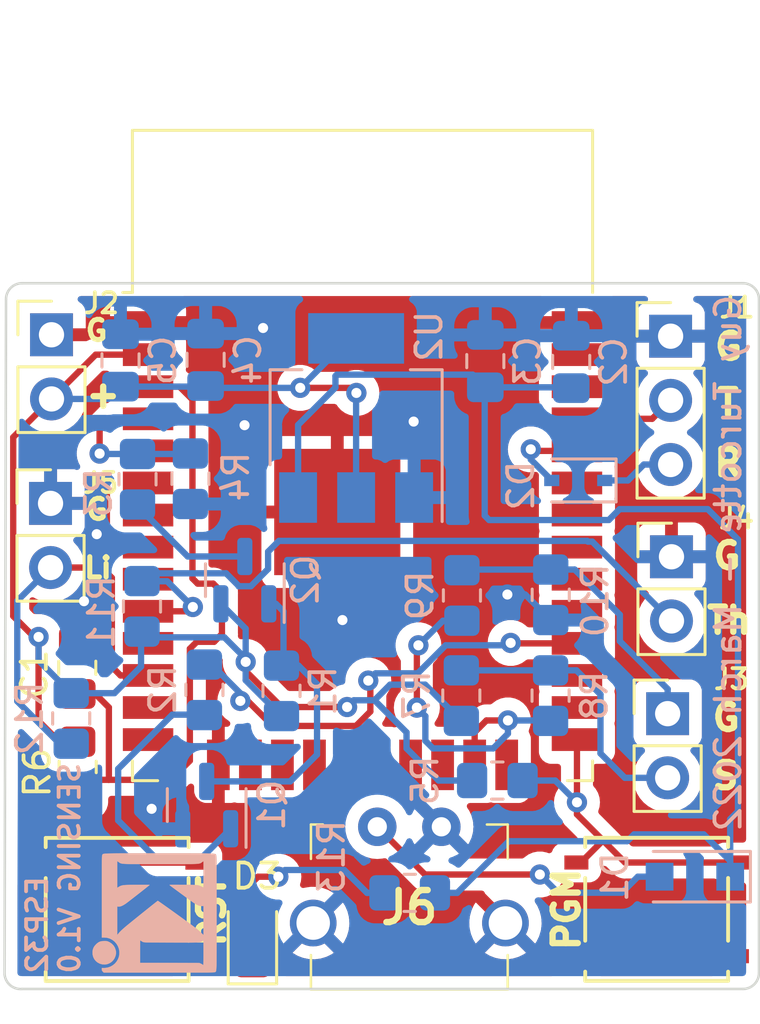
<source format=kicad_pcb>
(kicad_pcb (version 20211014) (generator pcbnew)
  (layers (0 "F.Cu" signal) (31 "B.Cu" signal) (34 "B.Paste" user) (35 "F.Paste" user) (36 "B.SilkS" user "B.Silkscreen") (37 "F.SilkS" user "F.Silkscreen") (38 "B.Mask" user) (39 "F.Mask" user) (44 "Edge.Cuts" user))
  (net 0 "")
  (net 1 "EN")
  (net 2 "GND")
  (net 3 "TxD")
  (net 4 "RxD")
  (net 5 "+3V3")
  (net 6 "Net-(J3-Pad1)")
  (net 7 "Net-(Q1-Pad3)")
  (net 8 "Net-(Q2-Pad3)")
  (net 9 "A2D")
  (net 10 "GPIO17")
  (net 36 "GPIO15")
  (net 37 "IO0")
  (net 38 "Net-(J3-Pad2)")
  (net 39 "GPIO25")
  (net 40 "GPIO27")
  (net 41 "Net-(Q1-Pad1)")
  (net 42 "Net-(C2-Pad1)")
  (net 43 "Net-(D1-Pad2)")
  (net 44 "Net-(D2-Pad1)")
  (net 45 "Net-(D3-Pad2)")
  (footprint "Connector_PinHeader_2.54mm:PinHeader_1x02_P2.54mm_Vertical" (layer "F.Cu") (at 119.239515 104.601318)
    (fp_text reference "J5" (at 1.989955 -0.808117) (layer "F.SilkS") (effects (font (size 0.8 0.8))))
    (fp_text value "Light Detect" hide)
    (pad "1" thru_hole rect (at 0 0) (size 1.7 1.7) (drill 1) (layers *.Cu *.Mask) (net 2 "GND"))
    (pad "2" thru_hole oval (at 0 2.54) (size 1.7 1.7) (drill 1) (layers *.Cu *.Mask) (net 40 "GPIO27"))
  )
  (footprint "Connector_PinHeader_2.54mm:PinHeader_1x02_P2.54mm_Vertical" (layer "F.Cu") (at 143.70052 112.925392)
    (fp_text reference "J3" (at 2.53125 -1.364265) (layer "F.SilkS") (effects (font (size 0.8 0.8))))
    (fp_text value "Sensor" hide)
    (pad "1" thru_hole rect (at 0 0) (size 1.7 1.7) (drill 1) (layers *.Cu *.Mask) (net 6 "Net-(J3-Pad1)"))
    (pad "2" thru_hole oval (at 0 2.54) (size 1.7 1.7) (drill 1) (layers *.Cu *.Mask) (net 38 "Net-(J3-Pad2)"))
  )
  (footprint "ESP32 Sensing:PTS526_SK15_SMTR2_LFS" (layer "F.Cu") (at 143.264284 120.672337 180)
    (fp_text reference "SW1" hide)
    (fp_text value "PTS526_SK15_SMTR2_LFS" hide)
    (pad "1" smd rect (at -3.18135 -1.8542 180) (size 0.9525 0.5588) (layers "F.Cu" "F.Paste" "F.Mask") (net 2 "GND"))
    (pad "1" smd rect (at 3.18135 -1.8542 180) (size 0.9525 0.5588) (layers "F.Cu" "F.Paste" "F.Mask") (net 2 "GND"))
    (pad "2" smd rect (at -3.18135 1.8542 180) (size 0.9525 0.5588) (layers "F.Cu" "F.Paste" "F.Mask") (net 37 "IO0"))
    (pad "2" smd rect (at 3.18135 1.8542 180) (size 0.9525 0.5588) (layers "F.Cu" "F.Paste" "F.Mask") (net 37 "IO0"))
  )
  (footprint "Connector_PinHeader_2.54mm:PinHeader_1x03_P2.54mm_Vertical" (layer "F.Cu") (at 143.817774 97.982584)
    (fp_text reference "J1" (at 2.634458 -1.13228) (layer "F.SilkS") (effects (font (size 0.8 0.8))))
    (fp_text value "~" hide)
    (pad "1" thru_hole rect (at 0 0) (size 1.7 1.7) (drill 1) (layers *.Cu *.Mask) (net 2 "GND"))
    (pad "2" thru_hole oval (at 0 2.54) (size 1.7 1.7) (drill 1) (layers *.Cu *.Mask) (net 3 "TxD"))
    (pad "3" thru_hole oval (at 0 5.08) (size 1.7 1.7) (drill 1) (layers *.Cu *.Mask) (net 44 "Net-(D2-Pad1)"))
  )
  (footprint "Connector_PinHeader_2.54mm:PinHeader_1x02_P2.54mm_Vertical" (layer "F.Cu") (at 119.276904 97.925948)
    (fp_text reference "J2" (at 1.984561 -1.248045) (layer "F.SilkS") (effects (font (size 0.8 0.8))))
    (fp_text value "Ext Battery 3.3V" hide)
    (pad "1" thru_hole rect (at 0 0) (size 1.7 1.7) (drill 1) (layers *.Cu *.Mask) (net 2 "GND"))
    (pad "2" thru_hole oval (at 0 2.54) (size 1.7 1.7) (drill 1) (layers *.Cu *.Mask) (net 5 "+3V3"))
  )
  (footprint "RF_Module:ESP32-WROOM-32" (layer "F.Cu") (at 131.60548 105.697839)
    (fp_text reference "U1" hide)
    (fp_text value "ESP32-WROOM-32" hide)
    (pad "1" smd rect (at -8.5 -8.255) (size 2 0.9) (layers "F.Cu" "F.Paste" "F.Mask") (net 2 "GND"))
    (pad "2" smd rect (at -8.5 -6.985) (size 2 0.9) (layers "F.Cu" "F.Paste" "F.Mask") (net 5 "+3V3"))
    (pad "3" smd rect (at -8.5 -5.715) (size 2 0.9) (layers "F.Cu" "F.Paste" "F.Mask") (net 1 "EN"))
    (pad "4" smd rect (at -8.5 -4.445) (size 2 0.9) (layers "F.Cu" "F.Paste" "F.Mask") (net 9 "A2D"))
    (pad "5" smd rect (at -8.5 -3.175) (size 2 0.9) (layers "F.Cu" "F.Paste" "F.Mask"))
    (pad "6" smd rect (at -8.5 -1.905) (size 2 0.9) (layers "F.Cu" "F.Paste" "F.Mask"))
    (pad "7" smd rect (at -8.5 -0.635) (size 2 0.9) (layers "F.Cu" "F.Paste" "F.Mask"))
    (pad "8" smd rect (at -8.5 0.635) (size 2 0.9) (layers "F.Cu" "F.Paste" "F.Mask"))
    (pad "9" smd rect (at -8.5 1.905) (size 2 0.9) (layers "F.Cu" "F.Paste" "F.Mask"))
    (pad "10" smd rect (at -8.5 3.175) (size 2 0.9) (layers "F.Cu" "F.Paste" "F.Mask") (net 39 "GPIO25"))
    (pad "11" smd rect (at -8.5 4.445) (size 2 0.9) (layers "F.Cu" "F.Paste" "F.Mask"))
    (pad "12" smd rect (at -8.5 5.715) (size 2 0.9) (layers "F.Cu" "F.Paste" "F.Mask") (net 40 "GPIO27"))
    (pad "13" smd rect (at -8.5 6.985) (size 2 0.9) (layers "F.Cu" "F.Paste" "F.Mask"))
    (pad "14" smd rect (at -8.5 8.255) (size 2 0.9) (layers "F.Cu" "F.Paste" "F.Mask"))
    (pad "15" smd rect (at -5.715 9.255 90) (size 2 0.9) (layers "F.Cu" "F.Paste" "F.Mask") (net 2 "GND"))
    (pad "16" smd rect (at -4.445 9.255 90) (size 2 0.9) (layers "F.Cu" "F.Paste" "F.Mask"))
    (pad "17" smd rect (at -3.175 9.255 90) (size 2 0.9) (layers "F.Cu" "F.Paste" "F.Mask"))
    (pad "18" smd rect (at -1.905 9.255 90) (size 2 0.9) (layers "F.Cu" "F.Paste" "F.Mask"))
    (pad "19" smd rect (at -0.635 9.255 90) (size 2 0.9) (layers "F.Cu" "F.Paste" "F.Mask"))
    (pad "20" smd rect (at 0.635 9.255 90) (size 2 0.9) (layers "F.Cu" "F.Paste" "F.Mask"))
    (pad "21" smd rect (at 1.905 9.255 90) (size 2 0.9) (layers "F.Cu" "F.Paste" "F.Mask"))
    (pad "22" smd rect (at 3.175 9.255 90) (size 2 0.9) (layers "F.Cu" "F.Paste" "F.Mask"))
    (pad "23" smd rect (at 4.445 9.255 90) (size 2 0.9) (layers "F.Cu" "F.Paste" "F.Mask") (net 36 "GPIO15"))
    (pad "24" smd rect (at 5.715 9.255 90) (size 2 0.9) (layers "F.Cu" "F.Paste" "F.Mask"))
    (pad "25" smd rect (at 8.5 8.255) (size 2 0.9) (layers "F.Cu" "F.Paste" "F.Mask") (net 37 "IO0"))
    (pad "26" smd rect (at 8.5 6.985) (size 2 0.9) (layers "F.Cu" "F.Paste" "F.Mask"))
    (pad "27" smd rect (at 8.5 5.715) (size 2 0.9) (layers "F.Cu" "F.Paste" "F.Mask"))
    (pad "28" smd rect (at 8.5 4.445) (size 2 0.9) (layers "F.Cu" "F.Paste" "F.Mask") (net 10 "GPIO17"))
    (pad "29" smd rect (at 8.5 3.175) (size 2 0.9) (layers "F.Cu" "F.Paste" "F.Mask"))
    (pad "30" smd rect (at 8.5 1.905) (size 2 0.9) (layers "F.Cu" "F.Paste" "F.Mask"))
    (pad "31" smd rect (at 8.5 0.635) (size 2 0.9) (layers "F.Cu" "F.Paste" "F.Mask"))
    (pad "32" smd rect (at 8.5 -0.635) (size 2 0.9) (layers "F.Cu" "F.Paste" "F.Mask"))
    (pad "33" smd rect (at 8.5 -1.905) (size 2 0.9) (layers "F.Cu" "F.Paste" "F.Mask"))
    (pad "34" smd rect (at 8.5 -3.175) (size 2 0.9) (layers "F.Cu" "F.Paste" "F.Mask") (net 4 "RxD"))
    (pad "35" smd rect (at 8.5 -4.445) (size 2 0.9) (layers "F.Cu" "F.Paste" "F.Mask") (net 3 "TxD"))
    (pad "36" smd rect (at 8.5 -5.715) (size 2 0.9) (layers "F.Cu" "F.Paste" "F.Mask"))
    (pad "37" smd rect (at 8.5 -6.985) (size 2 0.9) (layers "F.Cu" "F.Paste" "F.Mask"))
    (pad "38" smd rect (at 8.5 -8.255) (size 2 0.9) (layers "F.Cu" "F.Paste" "F.Mask") (net 2 "GND"))
    (pad "39" smd rect (at -1 -0.755) (size 5 5) (layers "F.Cu" "F.Paste" "F.Mask") (net 2 "GND"))
    (zone (net 0) (net_name "") (layers *.Cu) (connect_pads (clearance 0)) (min_thickness 0.254)
      (keepout (tracks not_allowed) (vias not_allowed) (pads not_allowed) (copperpour not_allowed) (footprints not_allowed))
      (fill (thermal_gap 0.508) (thermal_bridge_width 0.508))
      (polygon (pts (xy 117.60548 95.727839) (xy 145.60548 95.727839) (xy 145.60548 84.947839) (xy 117.60548 84.947839)))
    )
  )
  (footprint "Connector_PinHeader_2.54mm:PinHeader_1x02_P2.54mm_Vertical" (layer "F.Cu") (at 143.852139 106.714365)
    (fp_text reference "J4" (at 2.578503 -1.517161) (layer "F.SilkS") (effects (font (size 0.8 0.8))))
    (fp_text value "Thermistor" hide)
    (pad "1" thru_hole rect (at 0 0) (size 1.7 1.7) (drill 1) (layers *.Cu *.Mask) (net 2 "GND"))
    (pad "2" thru_hole oval (at 0 2.54) (size 1.7 1.7) (drill 1) (layers *.Cu *.Mask) (net 39 "GPIO25"))
  )
  (footprint "Resistor_SMD:R_0805_2012Metric_Pad1.20x1.40mm_HandSolder" (layer "F.Cu") (at 120.31551 115.035132 -90)
    (fp_text reference "R6" (at 0.227064 1.601698 -270) (layer "F.SilkS"))
    (fp_text value "10k" hide)
    (pad "1" smd roundrect (at -1 0 270) (size 1.2 1.4) (layers "F.Cu" "F.Paste" "F.Mask") (roundrect_rratio 0.208333) (net 5 "+3V3"))
    (pad "2" smd roundrect (at 1 0 270) (size 1.2 1.4) (layers "F.Cu" "F.Paste" "F.Mask") (roundrect_rratio 0.208333) (net 1 "EN"))
  )
  (footprint "LED_SMD:LED_0805_2012Metric_Pad1.15x1.40mm_HandSolder" (layer "F.Cu") (at 127.241392 121.763089 90)
    (fp_text reference "D3" (at 2.400519 0.18775 180) (layer "F.SilkS"))
    (fp_text value "LED" hide)
    (pad "1" smd roundrect (at -1.025 0 90) (size 1.15 1.4) (layers "F.Cu" "F.Paste" "F.Mask") (roundrect_rratio 0.217391) (net 2 "GND"))
    (pad "2" smd roundrect (at 1.025 0 90) (size 1.15 1.4) (layers "F.Cu" "F.Paste" "F.Mask") (roundrect_rratio 0.217391) (net 45 "Net-(D3-Pad2)"))
  )
  (footprint "ESP32 Sensing:PTS526_SK15_SMTR2_LFS" (layer "F.Cu") (at 121.879792 120.676805 180)
    (fp_text reference "SW2" hide)
    (fp_text value "~" hide)
    (pad "1" smd rect (at 3.18135 -1.8542 180) (size 0.9525 0.5588) (layers "F.Cu" "F.Paste" "F.Mask") (net 2 "GND"))
    (pad "1" smd rect (at -3.18135 -1.8542 180) (size 0.9525 0.5588) (layers "F.Cu" "F.Paste" "F.Mask") (net 2 "GND"))
    (pad "2" smd rect (at -3.18135 1.8542 180) (size 0.9525 0.5588) (layers "F.Cu" "F.Paste" "F.Mask") (net 1 "EN"))
    (pad "2" smd rect (at 3.18135 1.8542 180) (size 0.9525 0.5588) (layers "F.Cu" "F.Paste" "F.Mask") (net 1 "EN"))
  )
  (footprint "ESP32 Sensing:MICRO-B_USB_POWER" (layer "F.Cu") (at 133.460868 121.214053)
    (fp_text reference "J6" (at 0 -0.611419) (layer "F.SilkS") (effects (font (size 1.27 1.27) (thickness 0.254))))
    (fp_text value "MICRO-B USB" hide)
    (pad "1" thru_hole circle (at -1.27 -3.81) (size 1.524 1.524) (drill 0.762) (layers *.Cu *.Mask) (net 43 "Net-(D1-Pad2)"))
    (pad "2" thru_hole circle (at 1.27 -3.81) (size 1.524 1.524) (drill 0.762) (layers *.Cu *.Mask) (net 2 "GND"))
    (pad "3" thru_hole circle (at -3.81 0) (size 1.85 1.85) (drill 1.3285) (layers *.Cu *.Mask) (net 2 "GND"))
    (pad "3" thru_hole circle (at 3.81 0) (size 1.85 1.85) (drill 1.3285) (layers *.Cu *.Mask) (net 2 "GND"))
  )
  (footprint "Capacitor_SMD:C_0805_2012Metric_Pad1.18x1.45mm_HandSolder" (layer "F.Cu") (at 120.298802 111.108856 90)
    (fp_text reference "C1" (at -0.261252 -1.700472 90) (layer "F.SilkS"))
    (fp_text value ".1u" hide)
    (pad "1" smd roundrect (at -1.0375 0 90) (size 1.175 1.45) (layers "F.Cu" "F.Paste" "F.Mask") (roundrect_rratio 0.212766) (net 1 "EN"))
    (pad "2" smd roundrect (at 1.0375 0 90) (size 1.175 1.45) (layers "F.Cu" "F.Paste" "F.Mask") (roundrect_rratio 0.212766) (net 2 "GND"))
  )
  (footprint "Resistor_SMD:R_0805_2012Metric_Pad1.20x1.40mm_HandSolder" (layer "B.Cu") (at 133.475745 120.019834 180)
    (fp_text reference "R13" (at 3.099089 1.431221 90) (layer "B.SilkS") (effects (justify mirror)))
    (fp_text value "220" hide)
    (pad "1" smd roundrect (at -1 0 180) (size 1.2 1.4) (layers "B.Cu" "B.Paste" "B.Mask") (roundrect_rratio 0.208333) (net 42 "Net-(C2-Pad1)"))
    (pad "2" smd roundrect (at 1 0 180) (size 1.2 1.4) (layers "B.Cu" "B.Paste" "B.Mask") (roundrect_rratio 0.208333) (net 45 "Net-(D3-Pad2)"))
  )
  (footprint "Resistor_SMD:R_0805_2012Metric_Pad1.20x1.40mm_HandSolder" (layer "B.Cu") (at 135.522187 112.211093 -90)
    (fp_text reference "R7" (at -0.019644 1.767963 90) (layer "B.SilkS") (effects (justify mirror)))
    (fp_text value "10k" hide)
    (pad "1" smd roundrect (at -1 0 270) (size 1.2 1.4) (layers "B.Cu" "B.Paste" "B.Mask") (roundrect_rratio 0.208333) (net 38 "Net-(J3-Pad2)"))
    (pad "2" smd roundrect (at 1 0 270) (size 1.2 1.4) (layers "B.Cu" "B.Paste" "B.Mask") (roundrect_rratio 0.208333) (net 5 "+3V3"))
  )
  (footprint "Resistor_SMD:R_0805_2012Metric_Pad1.20x1.40mm_HandSolder" (layer "B.Cu") (at 124.784101 103.625595 90)
    (fp_text reference "R4" (at 0.083488 1.799079 90) (layer "B.SilkS") (effects (justify mirror)))
    (fp_text value "10k" hide)
    (pad "1" smd roundrect (at -1 0 90) (size 1.2 1.4) (layers "B.Cu" "B.Paste" "B.Mask") (roundrect_rratio 0.208333) (net 2 "GND"))
    (pad "2" smd roundrect (at 1 0 90) (size 1.2 1.4) (layers "B.Cu" "B.Paste" "B.Mask") (roundrect_rratio 0.208333) (net 9 "A2D"))
  )
  (footprint "Resistor_SMD:R_0805_2012Metric_Pad1.20x1.40mm_HandSolder" (layer "B.Cu") (at 122.686912 103.645379 -90)
    (fp_text reference "R3" (at 0.53419 1.543215 90) (layer "B.SilkS") (effects (justify mirror)))
    (fp_text value "10k" hide)
    (pad "1" smd roundrect (at -1 0 270) (size 1.2 1.4) (layers "B.Cu" "B.Paste" "B.Mask") (roundrect_rratio 0.208333) (net 9 "A2D"))
    (pad "2" smd roundrect (at 1 0 270) (size 1.2 1.4) (layers "B.Cu" "B.Paste" "B.Mask") (roundrect_rratio 0.208333) (net 8 "Net-(Q2-Pad3)"))
  )
  (footprint "Package_TO_SOT_SMD:SOT-23" (layer "B.Cu") (at 126.941067 107.640672 90)
    (fp_text reference "Q2" (at 0 2.4 90) (layer "B.SilkS") (effects (justify mirror)))
    (fp_text value "NDS356AP" hide)
    (pad "1" smd roundrect (at -0.9375 0.95 90) (size 1.475 0.6) (layers "B.Cu" "B.Paste" "B.Mask") (net 7 "Net-(Q1-Pad3)"))
    (pad "2" smd roundrect (at -0.9375 -0.95 90) (size 1.475 0.6) (layers "B.Cu" "B.Paste" "B.Mask") (net 5 "+3V3"))
    (pad "3" smd roundrect (at 0.9375 0 90) (size 1.475 0.6) (layers "B.Cu" "B.Paste" "B.Mask") (net 8 "Net-(Q2-Pad3)"))
  )
  (footprint "Resistor_SMD:R_0805_2012Metric_Pad1.20x1.40mm_HandSolder" (layer "B.Cu") (at 139.065471 108.22 -90)
    (fp_text reference "R10" (at 0.227064 -1.763206 -90) (layer "B.SilkS") (effects (justify mirror)))
    (fp_text value "10k" hide)
    (pad "1" smd roundrect (at -1 0 270) (size 1.2 1.4) (layers "B.Cu" "B.Paste" "B.Mask") (roundrect_rratio 0.208333) (net 6 "Net-(J3-Pad1)"))
    (pad "2" smd roundrect (at 1 0 270) (size 1.2 1.4) (layers "B.Cu" "B.Paste" "B.Mask") (roundrect_rratio 0.208333) (net 2 "GND"))
  )
  (footprint "Resistor_SMD:R_0805_2012Metric_Pad1.20x1.40mm_HandSolder" (layer "B.Cu") (at 136.949738 115.573251)
    (fp_text reference "R5" (at -2.861626 -0.004394 90) (layer "B.SilkS") (effects (justify mirror)))
    (fp_text value "10k" hide)
    (pad "1" smd roundrect (at -1 0) (size 1.2 1.4) (layers "B.Cu" "B.Paste" "B.Mask") (roundrect_rratio 0.208333) (net 5 "+3V3"))
    (pad "2" smd roundrect (at 1 0) (size 1.2 1.4) (layers "B.Cu" "B.Paste" "B.Mask") (roundrect_rratio 0.208333) (net 37 "IO0"))
  )
  (footprint "Capacitor_SMD:C_0805_2012Metric_Pad1.18x1.45mm_HandSolder" (layer "B.Cu") (at 125.386298 98.917549 90)
    (fp_text reference "C4" (at 0 1.68 90) (layer "B.SilkS") (effects (justify mirror)))
    (fp_text value "100n" hide)
    (pad "1" smd roundrect (at -1.0375 0 90) (size 1.175 1.45) (layers "B.Cu" "B.Paste" "B.Mask") (roundrect_rratio 0.212766) (net 5 "+3V3"))
    (pad "2" smd roundrect (at 1.0375 0 90) (size 1.175 1.45) (layers "B.Cu" "B.Paste" "B.Mask") (roundrect_rratio 0.212766) (net 2 "GND"))
  )
  (footprint "Package_TO_SOT_SMD:SOT-23" (layer "B.Cu") (at 125.428478 116.544427 90)
    (fp_text reference "Q1" (at 0 2.580219 270) (layer "B.SilkS") (effects (justify mirror)))
    (fp_text value "MMBT3904" hide)
    (pad "1" smd roundrect (at -0.9375 0.95 90) (size 1.475 0.6) (layers "B.Cu" "B.Paste" "B.Mask") (net 41 "Net-(Q1-Pad1)"))
    (pad "2" smd roundrect (at -0.9375 -0.95 90) (size 1.475 0.6) (layers "B.Cu" "B.Paste" "B.Mask") (net 2 "GND"))
    (pad "3" smd roundrect (at 0.9375 0 90) (size 1.475 0.6) (layers "B.Cu" "B.Paste" "B.Mask") (net 7 "Net-(Q1-Pad3)"))
  )
  (footprint "Resistor_SMD:R_0805_2012Metric_Pad1.20x1.40mm_HandSolder" (layer "B.Cu") (at 135.545928 108.246218 -90)
    (fp_text reference "R9" (at 0 1.654814 -90) (layer "B.SilkS") (effects (justify mirror)))
    (fp_text value "0" hide)
    (pad "1" smd roundrect (at -1 0 270) (size 1.2 1.4) (layers "B.Cu" "B.Paste" "B.Mask") (roundrect_rratio 0.208333) (net 6 "Net-(J3-Pad1)"))
    (pad "2" smd roundrect (at 1 0 270) (size 1.2 1.4) (layers "B.Cu" "B.Paste" "B.Mask") (roundrect_rratio 0.208333) (net 36 "GPIO15"))
  )
  (footprint "ESP32 Sensing:KiCad-Logo_tiny" (layer "B.Cu") (at 123.881132 120.69527 -90)
    (fp_text reference "REF**" hide)
    (fp_text value "KiCad-Logo_tiny" hide)
  )
  (footprint "Capacitor_SMD:C_0805_2012Metric_Pad1.18x1.45mm_HandSolder" (layer "B.Cu") (at 136.473027 98.968403 90)
    (fp_text reference "C3" (at 0 1.68 90) (layer "B.SilkS") (effects (justify mirror)))
    (fp_text value "100n" hide)
    (pad "1" smd roundrect (at -1.0375 0 90) (size 1.175 1.45) (layers "B.Cu" "B.Paste" "B.Mask") (roundrect_rratio 0.212766) (net 42 "Net-(C2-Pad1)"))
    (pad "2" smd roundrect (at 1.0375 0 90) (size 1.175 1.45) (layers "B.Cu" "B.Paste" "B.Mask") (roundrect_rratio 0.212766) (net 2 "GND"))
  )
  (footprint "Resistor_SMD:R_0805_2012Metric_Pad1.20x1.40mm_HandSolder" (layer "B.Cu") (at 139.05971 112.211093 -90)
    (fp_text reference "R8" (at 0 -1.733224 90) (layer "B.SilkS") (effects (justify mirror)))
    (fp_text value "0" hide)
    (pad "1" smd roundrect (at -1 0 270) (size 1.2 1.4) (layers "B.Cu" "B.Paste" "B.Mask") (roundrect_rratio 0.208333) (net 38 "Net-(J3-Pad2)"))
    (pad "2" smd roundrect (at 1 0 270) (size 1.2 1.4) (layers "B.Cu" "B.Paste" "B.Mask") (roundrect_rratio 0.208333) (net 36 "GPIO15"))
  )
  (footprint "Diode_SMD:D_SOD-123F" (layer "B.Cu") (at 144.78 119.38 180)
    (fp_text reference "D1" (at 3.167844 -0.016165 90) (layer "B.SilkS") (effects (justify mirror)))
    (fp_text value "MBR120VLSF" hide)
    (pad "1" smd rect (at -1.4 0 180) (size 1.1 1.1) (layers "B.Cu" "B.Paste" "B.Mask") (net 42 "Net-(C2-Pad1)"))
    (pad "2" smd rect (at 1.4 0 180) (size 1.1 1.1) (layers "B.Cu" "B.Paste" "B.Mask") (net 43 "Net-(D1-Pad2)"))
  )
  (footprint "Resistor_SMD:R_0805_2012Metric_Pad1.20x1.40mm_HandSolder" (layer "B.Cu") (at 125.338878 111.982015 -90)
    (fp_text reference "R2" (at 0 1.65 90) (layer "B.SilkS") (effects (justify mirror)))
    (fp_text value "1k" hide)
    (pad "1" smd roundrect (at -1 0 270) (size 1.2 1.4) (layers "B.Cu" "B.Paste" "B.Mask") (roundrect_rratio 0.208333) (net 10 "GPIO17"))
    (pad "2" smd roundrect (at 1 0 270) (size 1.2 1.4) (layers "B.Cu" "B.Paste" "B.Mask") (roundrect_rratio 0.208333) (net 41 "Net-(Q1-Pad1)"))
  )
  (footprint "Resistor_SMD:R_0805_2012Metric_Pad1.20x1.40mm_HandSolder" (layer "B.Cu") (at 120.059481 113.114588 -90)
    (fp_text reference "R12" (at 0 1.65 90) (layer "B.SilkS") (effects (justify mirror)))
    (fp_text value "10k" hide)
    (pad "1" smd roundrect (at -1 0 270) (size 1.2 1.4) (layers "B.Cu" "B.Paste" "B.Mask") (roundrect_rratio 0.208333) (net 5 "+3V3"))
    (pad "2" smd roundrect (at 1 0 270) (size 1.2 1.4) (layers "B.Cu" "B.Paste" "B.Mask") (roundrect_rratio 0.208333) (net 40 "GPIO27"))
  )
  (footprint "Diode_SMD:D_SOD-323" (layer "B.Cu") (at 140.156564 103.692696 180)
    (fp_text reference "D2" (at 2.276073 -0.206056 90) (layer "B.SilkS") (effects (justify mirror)))
    (fp_text value "1N4148WS" hide)
    (pad "1" smd rect (at -1.05 0 180) (size 0.6 0.45) (layers "B.Cu" "B.Paste" "B.Mask") (net 44 "Net-(D2-Pad1)"))
    (pad "2" smd rect (at 1.05 0 180) (size 0.6 0.45) (layers "B.Cu" "B.Paste" "B.Mask") (net 4 "RxD"))
  )
  (footprint "Resistor_SMD:R_0805_2012Metric_Pad1.20x1.40mm_HandSolder" (layer "B.Cu") (at 128.393918 112.022749 90)
    (fp_text reference "R1" (at 0 1.65 90) (layer "B.SilkS") (effects (justify mirror)))
    (fp_text value "10k" hide)
    (pad "1" smd roundrect (at -1 0 90) (size 1.2 1.4) (layers "B.Cu" "B.Paste" "B.Mask") (roundrect_rratio 0.208333) (net 5 "+3V3"))
    (pad "2" smd roundrect (at 1 0 90) (size 1.2 1.4) (layers "B.Cu" "B.Paste" "B.Mask") (roundrect_rratio 0.208333) (net 7 "Net-(Q1-Pad3)"))
  )
  (footprint "Package_TO_SOT_SMD:SOT-223-3_TabPin2" (layer "B.Cu") (at 131.351971 101.219973 90)
    (fp_text reference "U2" (at 3.23384 2.893278 90) (layer "B.SilkS") (effects (justify mirror)))
    (fp_text value "AMS1117-3.3" hide)
    (pad "1" smd rect (at -3.15 2.3 90) (size 2 1.5) (layers "B.Cu" "B.Paste" "B.Mask") (net 2 "GND"))
    (pad "2" smd rect (at -3.15 0 90) (size 2 1.5) (layers "B.Cu" "B.Paste" "B.Mask") (net 5 "+3V3"))
    (pad "2" smd rect (at 3.15 0 90) (size 2 3.8) (layers "B.Cu" "B.Paste" "B.Mask") (net 5 "+3V3"))
    (pad "3" smd rect (at -3.15 -2.3 90) (size 2 1.5) (layers "B.Cu" "B.Paste" "B.Mask") (net 42 "Net-(C2-Pad1)"))
  )
  (footprint "Resistor_SMD:R_0805_2012Metric_Pad1.20x1.40mm_HandSolder" (layer "B.Cu") (at 122.864644 108.677474 90)
    (fp_text reference "R11" (at -0.227064 -1.608245 90) (layer "B.SilkS") (effects (justify mirror)))
    (fp_text value "10k" hide)
    (pad "1" smd roundrect (at -1 0 90) (size 1.2 1.4) (layers "B.Cu" "B.Paste" "B.Mask") (roundrect_rratio 0.208333) (net 5 "+3V3"))
    (pad "2" smd roundrect (at 1 0 90) (size 1.2 1.4) (layers "B.Cu" "B.Paste" "B.Mask") (roundrect_rratio 0.208333) (net 39 "GPIO25"))
  )
  (footprint "Capacitor_SMD:C_0805_2012Metric_Pad1.18x1.45mm_HandSolder" (layer "B.Cu") (at 139.878179 99.000606 90)
    (fp_text reference "C2" (at 0 1.68 90) (layer "B.SilkS") (effects (justify mirror)))
    (fp_text value "10n" hide)
    (pad "1" smd roundrect (at -1.0375 0 90) (size 1.175 1.45) (layers "B.Cu" "B.Paste" "B.Mask") (roundrect_rratio 0.212766) (net 42 "Net-(C2-Pad1)"))
    (pad "2" smd roundrect (at 1.0375 0 90) (size 1.175 1.45) (layers "B.Cu" "B.Paste" "B.Mask") (roundrect_rratio 0.212766) (net 2 "GND"))
  )
  (footprint "Capacitor_SMD:C_0805_2012Metric_Pad1.18x1.45mm_HandSolder" (layer "B.Cu") (at 122.012752 98.941291 90)
    (fp_text reference "C5" (at 0 1.68 90) (layer "B.SilkS") (effects (justify mirror)))
    (fp_text value "10n" hide)
    (pad "1" smd roundrect (at -1.0375 0 90) (size 1.175 1.45) (layers "B.Cu" "B.Paste" "B.Mask") (roundrect_rratio 0.212766) (net 5 "+3V3"))
    (pad "2" smd roundrect (at 1.0375 0 90) (size 1.175 1.45) (layers "B.Cu" "B.Paste" "B.Mask") (roundrect_rratio 0.212766) (net 2 "GND"))
  )
  (gr_arc (start 147.32 123.19) (mid 147.134013 123.639013) (end 146.685 123.825) (layer "Edge.Cuts") (width 0.1))
  (gr_arc (start 146.685 95.885) (mid 147.134013 96.070987) (end 147.32 96.52) (layer "Edge.Cuts") (width 0.1))
  (gr_arc (start 117.475 96.52) (mid 117.660987 96.070987) (end 118.11 95.885) (layer "Edge.Cuts") (width 0.1))
  (gr_line (start 146.685 95.885) (end 118.11 95.885) (layer "Edge.Cuts") (width 0.1))
  (gr_line (start 117.475 96.52) (end 117.417876 123.247123) (layer "Edge.Cuts") (width 0.1))
  (gr_arc (start 118.11 123.825) (mid 117.644256 123.679405) (end 117.417876 123.247123) (layer "Edge.Cuts") (width 0.1))
  (gr_line (start 147.32 123.19) (end 147.32 96.52) (layer "Edge.Cuts") (width 0.1))
  (gr_line (start 118.11 123.825) (end 146.685 123.825) (layer "Edge.Cuts") (width 0.1))
  (gr_text "Guy Turcotte - March 2022" (at 146.099696 106.966337 -270) (layer "B.SilkS") (effects (font (size 1 1)) (justify mirror)))
  (gr_text "ESP32\nSENSING V1.0" (at 119.351822 123.293479 90) (layer "B.SilkS") (effects (font (size 0.8 0.8)) (justify right mirror)))
  (gr_text "G" (at 146.115308 98.392332) (layer "F.SilkS") (effects (font (size 1 1) (thickness 0.25))))
  (gr_text "G" (at 121.062592 97.755129) (layer "F.SilkS") (effects (font (size 0.8 0.8) (thickness 0.2))))
  (gr_text "+" (at 121.326144 100.286843) (layer "F.SilkS") (effects (font (size 1 1) (thickness 0.25))))
  (gr_text "PGM" (at 139.688499 120.674058 90) (layer "F.SilkS") (effects (font (size 1 1) (thickness 0.25))))
  (gr_text "T" (at 146.092233 100.62243) (layer "F.SilkS") (effects (font (size 1 1) (thickness 0.25))))
  (gr_text "G" (at 121.076019 104.84012) (layer "F.SilkS") (effects (font (size 0.8 0.8) (thickness 0.2))))
  (gr_text "Th" (at 146.135049 109.235191) (layer "F.SilkS") (effects (font (size 1 1) (thickness 0.25))))
  (gr_text "RST" (at 125.6335 120.742711 90) (layer "F.SilkS") (effects (font (size 1 1) (thickness 0.25))))
  (gr_text "Li" (at 121.118985 107.15071) (layer "F.SilkS") (effects (font (size 0.8 0.8) (thickness 0.2))))
  (gr_text "G" (at 146.051511 106.68) (layer "F.SilkS") (effects (font (size 1 1) (thickness 0.25))))
  (gr_text "R" (at 146.092233 102.992767) (layer "F.SilkS") (effects (font (size 1 1) (thickness 0.25))))
  (gr_text "S" (at 145.991532 115.38823) (layer "F.SilkS") (effects (font (size 1 1) (thickness 0.25))))
  (gr_text "G" (at 146.021803 113.084667) (layer "F.SilkS") (effects (font (size 1 1) (thickness 0.25))))
  (segment (start 120.31551 118.416195) (end 120.321158 118.416195) (width 0.25) (layer "F.Cu") (net 1))
  (segment (start 120.31551 118.416195) (end 119.9091 118.822605) (width 0.25) (layer "F.Cu") (net 1))
  (segment (start 126.033373 109.77122) (end 125.724087 110.080506) (width 0.25) (layer "F.Cu") (net 1))
  (segment (start 124.005828 115.544571) (end 121.543657 115.544571) (width 0.25) (layer "F.Cu") (net 1))
  (segment (start 120.298802 112.146356) (end 121.018858 112.146356) (width 0.25) (layer "F.Cu") (net 1))
  (segment (start 125.071148 107.778039) (end 125.689721 107.778039) (width 0.25) (layer "F.Cu") (net 1))
  (segment (start 119.9091 118.822605) (end 118.698442 118.822605) (width 0.25) (layer "F.Cu") (net 1))
  (segment (start 124.761861 110.355428) (end 124.761861 114.788538) (width 0.25) (layer "F.Cu") (net 1))
  (segment (start 124.864957 100.492316) (end 124.864957 107.571848) (width 0.25) (layer "F.Cu") (net 1))
  (segment (start 121.551869 112.679367) (end 121.551869 115.536359) (width 0.25) (layer "F.Cu") (net 1))
  (segment (start 125.689721 107.778039) (end 126.033373 108.121691) (width 0.25) (layer "F.Cu") (net 1))
  (segment (start 124.35548 99.982839) (end 124.864957 100.492316) (width 0.25) (layer "F.Cu") (net 1))
  (segment (start 125.036783 110.080506) (end 124.761861 110.355428) (width 0.25) (layer "F.Cu") (net 1))
  (segment (start 126.033373 108.121691) (end 126.033373 109.77122) (width 0.25) (layer "F.Cu") (net 1))
  (segment (start 120.748698 118.843735) (end 120.769828 118.822605) (width 0.25) (layer "F.Cu") (net 1))
  (segment (start 121.551869 115.536359) (end 121.543657 115.544571) (width 0.25) (layer "F.Cu") (net 1))
  (segment (start 124.761861 114.788538) (end 124.005828 115.544571) (width 0.25) (layer "F.Cu") (net 1))
  (segment (start 123.10548 99.982839) (end 124.35548 99.982839) (width 0.25) (layer "F.Cu") (net 1))
  (segment (start 125.724087 110.080506) (end 125.036783 110.080506) (width 0.25) (layer "F.Cu") (net 1))
  (segment (start 120.806071 115.544571) (end 120.31551 116.035132) (width 0.25) (layer "F.Cu") (net 1))
  (segment (start 121.543657 115.544571) (end 120.806071 115.544571) (width 0.25) (layer "F.Cu") (net 1))
  (segment (start 120.31551 116.035132) (end 120.31551 118.416195) (width 0.25) (layer "F.Cu") (net 1))
  (segment (start 120.321158 118.416195) (end 120.748698 118.843735) (width 0.25) (layer "F.Cu") (net 1))
  (segment (start 121.018858 112.146356) (end 121.551869 112.679367) (width 0.25) (layer "F.Cu") (net 1))
  (segment (start 120.769828 118.822605) (end 125.061142 118.822605) (width 0.25) (layer "F.Cu") (net 1))
  (segment (start 124.864957 107.571848) (end 125.071148 107.778039) (width 0.25) (layer "F.Cu") (net 1))
  (segment (start 125.946172 115.008531) (end 125.89048 114.952839) (width 0.25) (layer "F.Cu") (net 2))
  (via (at 127.664031 97.658128) (size 0.8) (drill 0.4) (layers "F.Cu" "B.Cu") (net 2))
  (via (at 123.245972 116.692669) (size 0.8) (drill 0.4) (layers "F.Cu" "B.Cu") (net 2))
  (via (at 133.632505 101.362753) (size 0.8) (drill 0.4) (layers "F.Cu" "B.Cu") (net 2))
  (via (at 126.929513 101.505402) (size 0.8) (drill 0.4) (layers "F.Cu" "B.Cu") (net 2))
  (via (at 121.070824 105.819723) (size 0.8) (drill 0.4) (layers "F.Cu" "B.Cu") (net 2))
  (via (at 120.565411 108.473077) (size 0.8) (drill 0.4) (layers "F.Cu" "B.Cu") (net 2))
  (via (at 130.81 109.22) (size 0.8) (drill 0.4) (layers "F.Cu" "B.Cu") (net 2))
  (via (at 137.348064 108.208835) (size 0.8) (drill 0.4) (layers "F.Cu" "B.Cu") (net 2))
  (segment (start 138.054306 108.208835) (end 139.065471 109.22) (width 0.25) (layer "B.Cu") (net 2))
  (segment (start 137.348064 108.208835) (end 138.054306 108.208835) (width 0.25) (layer "B.Cu") (net 2))
  (segment (start 140.10548 101.252839) (end 143.087519 101.252839) (width 0.25) (layer "F.Cu") (net 3))
  (segment (start 143.087519 101.252839) (end 143.817774 100.522584) (width 0.25) (layer "F.Cu") (net 3))
  (segment (start 138.274567 102.460801) (end 138.336605 102.522839) (width 0.25) (layer "F.Cu") (net 4))
  (segment (start 138.336605 102.522839) (end 140.10548 102.522839) (width 0.25) (layer "F.Cu") (net 4))
  (via (at 138.274567 102.460801) (size 0.8) (drill 0.4) (layers "F.Cu" "B.Cu") (net 4))
  (segment (start 138.274567 102.460801) (end 138.274567 102.860699) (width 0.25) (layer "B.Cu") (net 4))
  (segment (start 138.274567 102.860699) (end 139.106564 103.692696) (width 0.25) (layer "B.Cu") (net 4))
  (segment (start 131.161721 100.027345) (end 131.363017 100.228641) (width 0.25) (layer "F.Cu") (net 5))
  (segment (start 117.760498 101.982354) (end 117.760498 109.06408) (width 0.25) (layer "F.Cu") (net 5))
  (segment (start 121.030013 98.712839) (end 119.276904 100.465948) (width 0.25) (layer "F.Cu") (net 5))
  (segment (start 117.760498 109.06408) (end 117.782644 109.086226) (width 0.25) (layer "F.Cu") (net 5))
  (segment (start 128.397358 112.662912) (end 130.993653 112.662912) (width 0.25) (layer "F.Cu") (net 5))
  (segment (start 129.135862 100.027345) (end 131.161721 100.027345) (width 0.25) (layer "F.Cu") (net 5))
  (segment (start 119.583847 114.035132) (end 118.765049 113.216334) (width 0.25) (layer "F.Cu") (net 5))
  (segment (start 123.10548 98.712839) (end 121.030013 98.712839) (width 0.25) (layer "F.Cu") (net 5))
  (segment (start 117.782644 109.086226) (end 118.584607 109.888189) (width 0.25) (layer "F.Cu") (net 5))
  (segment (start 120.31551 114.035132) (end 119.583847 114.035132) (width 0.25) (layer "F.Cu") (net 5))
  (segment (start 126.974436 110.876018) (end 126.974436 111.23999) (width 0.25) (layer "F.Cu") (net 5))
  (segment (start 118.584607 109.888189) (end 118.765049 109.888189) (width 0.25) (layer "F.Cu") (net 5))
  (segment (start 118.765049 113.216334) (end 118.765049 109.888189) (width 0.25) (layer "F.Cu") (net 5))
  (segment (start 119.276904 100.465948) (end 117.760498 101.982354) (width 0.25) (layer "F.Cu") (net 5))
  (segment (start 126.974436 111.23999) (end 128.397358 112.662912) (width 0.25) (layer "F.Cu") (net 5))
  (via (at 130.993653 112.662912) (size 0.8) (drill 0.4) (layers "F.Cu" "B.Cu") (net 5))
  (via (at 131.363017 100.228641) (size 0.8) (drill 0.4) (layers "F.Cu" "B.Cu") (net 5))
  (via (at 129.135862 100.027345) (size 0.8) (drill 0.4) (layers "F.Cu" "B.Cu") (net 5))
  (via (at 126.974436 110.876018) (size 0.8) (drill 0.4) (layers "F.Cu" "B.Cu") (net 5))
  (via (at 118.765049 109.888189) (size 0.8) (drill 0.4) (layers "F.Cu" "B.Cu") (net 5))
  (segment (start 135.522187 113.211093) (end 134.089033 111.777939) (width 0.25) (layer "B.Cu") (net 5))
  (segment (start 125.386298 99.955049) (end 125.362556 99.978791) (width 0.25) (layer "B.Cu") (net 5))
  (segment (start 122.012752 99.978791) (end 121.525595 100.465948) (width 0.25) (layer "B.Cu") (net 5))
  (segment (start 122.827125 109.714993) (end 122.827125 111.059571) (width 0.25) (layer "B.Cu") (net 5))
  (segment (start 121.772108 112.114588) (end 120.059481 112.114588) (width 0.25) (layer "B.Cu") (net 5))
  (segment (start 129.135862 100.027345) (end 131.093234 98.069973) (width 0.25) (layer "B.Cu") (net 5))
  (segment (start 118.765049 109.888189) (end 118.765049 110.820156) (width 0.25) (layer "B.Cu") (net 5))
  (segment (start 126.129469 109.903855) (end 123.091025 109.903855) (width 0.25) (layer "B.Cu") (net 5))
  (segment (start 125.386298 99.955049) (end 125.458594 100.027345) (width 0.25) (layer "B.Cu") (net 5))
  (segment (start 130.993653 112.662912) (end 131.261353 112.395212) (width 0.25) (layer "B.Cu") (net 5))
  (segment (start 131.363017 100.228641) (end 131.351971 100.239687) (width 0.25) (layer "B.Cu") (net 5))
  (segment (start 123.091025 109.903855) (end 122.864644 109.677474) (width 0.25) (layer "B.Cu") (net 5))
  (segment (start 133.35 114.3) (end 134.623251 115.573251) (width 0.25) (layer "B.Cu") (net 5))
  (segment (start 121.525595 100.465948) (end 119.276904 100.465948) (width 0.25) (layer "B.Cu") (net 5))
  (segment (start 128.393918 113.022749) (end 126.974436 111.603267) (width 0.25) (layer "B.Cu") (net 5))
  (segment (start 126.974436 110.876018) (end 126.974436 110.748822) (width 0.25) (layer "B.Cu") (net 5))
  (segment (start 125.50154 100.070291) (end 125.386298 99.955049) (width 0.25) (layer "B.Cu") (net 5))
  (segment (start 131.261353 112.395212) (end 132.08 112.395212) (width 0.25) (layer "B.Cu") (net 5))
  (segment (start 131.093234 98.069973) (end 131.351971 98.069973) (width 0.25) (layer "B.Cu") (net 5))
  (segment (start 122.864644 109.677474) (end 122.827125 109.714993) (width 0.25) (layer "B.Cu") (net 5))
  (segment (start 125.458594 100.027345) (end 129.135862 100.027345) (width 0.25) (layer "B.Cu") (net 5))
  (segment (start 126.974436 110.748822) (end 126.129469 109.903855) (width 0.25) (layer "B.Cu") (net 5))
  (segment (start 122.827125 111.059571) (end 121.772108 112.114588) (width 0.25) (layer "B.Cu") (net 5))
  (segment (start 126.974436 111.603267) (end 126.974436 110.876018) (width 0.25) (layer "B.Cu") (net 5))
  (segment (start 133.35 113.665212) (end 133.35 114.3) (width 0.25) (layer "B.Cu") (net 5))
  (segment (start 132.08 112.395212) (end 133.35 113.665212) (width 0.25) (layer "B.Cu") (net 5))
  (segment (start 134.089033 111.777939) (end 132.697273 111.777939) (width 0.25) (layer "B.Cu") (net 5))
  (segment (start 132.697273 111.777939) (end 132.08 112.395212) (width 0.25) (layer "B.Cu") (net 5))
  (segment (start 125.362556 99.978791) (end 122.012752 99.978791) (width 0.25) (layer "B.Cu") (net 5))
  (segment (start 118.765049 110.820156) (end 120.059481 112.114588) (width 0.25) (layer "B.Cu") (net 5))
  (segment (start 134.623251 115.573251) (end 135.949738 115.573251) (width 0.25) (layer "B.Cu") (net 5))
  (segment (start 126.974436 109.561541) (end 125.991067 108.578172) (width 0.25) (layer "B.Cu") (net 5))
  (segment (start 131.351971 100.239687) (end 131.351971 104.369973) (width 0.25) (layer "B.Cu") (net 5))
  (segment (start 126.974436 110.876018) (end 126.974436 109.561541) (width 0.25) (layer "B.Cu") (net 5))
  (segment (start 135.545928 107.246218) (end 135.572146 107.22) (width 0.25) (layer "B.Cu") (net 6))
  (segment (start 141.804639 109.008418) (end 141.804639 110.054932) (width 0.25) (layer "B.Cu") (net 6))
  (segment (start 139.065471 107.22) (end 140.016221 107.22) (width 0.25) (layer "B.Cu") (net 6))
  (segment (start 140.016221 107.22) (end 141.804639 109.008418) (width 0.25) (layer "B.Cu") (net 6))
  (segment (start 141.804639 110.054932) (end 143.70052 111.950813) (width 0.25) (layer "B.Cu") (net 6))
  (segment (start 135.572146 107.22) (end 139.065471 107.22) (width 0.25) (layer "B.Cu") (net 6))
  (segment (start 143.70052 111.950813) (end 143.70052 112.925392) (width 0.25) (layer "B.Cu") (net 6))
  (segment (start 128.393918 111.022749) (end 129.068733 111.022749) (width 0.25) (layer "B.Cu") (net 7))
  (segment (start 128.473302 110.943365) (end 128.393918 111.022749) (width 0.25) (layer "B.Cu") (net 7))
  (segment (start 127.891067 108.578172) (end 128.172517 108.578172) (width 0.25) (layer "B.Cu") (net 7))
  (segment (start 129.068733 111.022749) (end 129.802684 111.7567) (width 0.25) (layer "B.Cu") (net 7))
  (segment (start 129.802684 111.7567) (end 129.802684 114.545645) (width 0.25) (layer "B.Cu") (net 7))
  (segment (start 128.172517 108.578172) (end 128.473302 108.878957) (width 0.25) (layer "B.Cu") (net 7))
  (segment (start 128.741402 115.606927) (end 125.428478 115.606927) (width 0.25) (layer "B.Cu") (net 7))
  (segment (start 128.473302 108.878957) (end 128.473302 110.943365) (width 0.25) (layer "B.Cu") (net 7))
  (segment (start 129.802684 114.545645) (end 128.741402 115.606927) (width 0.25) (layer "B.Cu") (net 7))
  (segment (start 126.941067 106.703172) (end 124.677322 106.703172) (width 0.25) (layer "B.Cu") (net 8))
  (segment (start 124.677322 106.703172) (end 122.686912 104.712762) (width 0.25) (layer "B.Cu") (net 8))
  (segment (start 122.686912 104.712762) (end 122.686912 104.645379) (width 0.25) (layer "B.Cu") (net 8))
  (segment (start 121.184527 101.695549) (end 121.627237 101.252839) (width 0.25) (layer "F.Cu") (net 9))
  (segment (start 121.184527 102.629034) (end 121.184527 101.695549) (width 0.25) (layer "F.Cu") (net 9))
  (segment (start 121.627237 101.252839) (end 123.10548 101.252839) (width 0.25) (layer "F.Cu") (net 9))
  (via (at 121.184527 102.629034) (size 0.8) (drill 0.4) (layers "F.Cu" "B.Cu") (net 9))
  (segment (start 122.686912 102.645379) (end 121.200872 102.645379) (width 0.25) (layer "B.Cu") (net 9))
  (segment (start 124.764317 102.645379) (end 124.784101 102.625595) (width 0.25) (layer "B.Cu") (net 9))
  (segment (start 122.686912 102.645379) (end 124.764317 102.645379) (width 0.25) (layer "B.Cu") (net 9))
  (segment (start 121.200872 102.645379) (end 121.184527 102.629034) (width 0.25) (layer "B.Cu") (net 9))
  (segment (start 131.346557 113.410758) (end 128.044601 113.410758) (width 0.25) (layer "F.Cu") (net 10))
  (segment (start 140.10548 110.142839) (end 137.494764 110.142839) (width 0.25) (layer "F.Cu") (net 10))
  (segment (start 126.763166 112.420435) (end 127.054278 112.420435) (width 0.25) (layer "F.Cu") (net 10))
  (segment (start 127.054278 112.420435) (end 128.044601 113.410758) (width 0.25) (layer "F.Cu") (net 10))
  (segment (start 137.494764 110.142839) (end 137.477408 110.125483) (width 0.25) (layer "F.Cu") (net 10))
  (segment (start 131.915599 112.841716) (end 131.346557 113.410758) (width 0.25) (layer "F.Cu") (net 10))
  (segment (start 131.915599 111.699118) (end 131.915599 112.841716) (width 0.25) (layer "F.Cu") (net 10))
  (segment (start 131.833547 111.617066) (end 131.915599 111.699118) (width 0.25) (layer "F.Cu") (net 10))
  (via (at 137.477408 110.125483) (size 0.8) (drill 0.4) (layers "F.Cu" "B.Cu") (net 10))
  (via (at 126.763166 112.420435) (size 0.8) (drill 0.4) (layers "F.Cu" "B.Cu") (net 10))
  (via (at 131.833547 111.617066) (size 0.8) (drill 0.4) (layers "F.Cu" "B.Cu") (net 10))
  (segment (start 134.901235 110.219552) (end 133.792368 111.328419) (width 0.25) (layer "B.Cu") (net 10))
  (segment (start 132.122194 111.328419) (end 131.833547 111.617066) (width 0.25) (layer "B.Cu") (net 10))
  (segment (start 137.383339 110.219552) (end 135.231519 110.219552) (width 0.25) (layer "B.Cu") (net 10))
  (segment (start 137.477408 110.125483) (end 137.383339 110.219552) (width 0.25) (layer "B.Cu") (net 10))
  (segment (start 126.763166 112.118406) (end 126.763166 112.420435) (width 0.25) (layer "B.Cu") (net 10))
  (segment (start 133.792368 111.328419) (end 132.122194 111.328419) (width 0.25) (layer "B.Cu") (net 10))
  (segment (start 135.231519 110.219552) (end 134.901235 110.219552) (width 0.25) (layer "B.Cu") (net 10))
  (segment (start 125.626775 110.982015) (end 126.763166 112.118406) (width 0.25) (layer "B.Cu") (net 10))
  (segment (start 125.338878 110.982015) (end 125.626775 110.982015) (width 0.25) (layer "B.Cu") (net 10))
  (segment (start 133.759271 110.28077) (end 133.759271 112.686258) (width 0.25) (layer "F.Cu") (net 36))
  (segment (start 136.242832 113.468978) (end 136.517621 113.194189) (width 0.25) (layer "F.Cu") (net 36))
  (segment (start 136.517621 113.194189) (end 137.369467 113.194189) (width 0.25) (layer "F.Cu") (net 36))
  (segment (start 136.05048 113.66133) (end 136.242832 113.468978) (width 0.25) (layer "F.Cu") (net 36))
  (segment (start 136.05048 114.952839) (end 136.05048 113.66133) (width 0.25) (layer "F.Cu") (net 36))
  (segment (start 133.820489 110.219552) (end 133.759271 110.28077) (width 0.25) (layer "F.Cu") (net 36))
  (via (at 133.820489 110.219552) (size 0.8) (drill 0.4) (layers "F.Cu" "B.Cu") (net 36))
  (via (at 133.759271 112.686258) (size 0.8) (drill 0.4) (layers "F.Cu" "B.Cu") (net 36))
  (via (at 137.369467 113.194189) (size 0.8) (drill 0.4) (layers "F.Cu" "B.Cu") (net 36))
  (segment (start 134.096476 113.023463) (end 134.096476 113.998439) (width 0.25) (layer "B.Cu") (net 36))
  (segment (start 136.788175 114.299999) (end 137.369467 113.718707) (width 0.25) (layer "B.Cu") (net 36))
  (segment (start 133.759271 112.686258) (end 134.096476 113.023463) (width 0.25) (layer "B.Cu") (net 36))
  (segment (start 134.793823 109.246218) (end 135.545928 109.246218) (width 0.25) (layer "B.Cu") (net 36))
  (segment (start 134.398036 114.299999) (end 136.788175 114.299999) (width 0.25) (layer "B.Cu") (net 36))
  (segment (start 133.820489 110.219552) (end 134.793823 109.246218) (width 0.25) (layer "B.Cu") (net 36))
  (segment (start 137.369467 113.718707) (end 137.369467 113.194189) (width 0.25) (layer "B.Cu") (net 36))
  (segment (start 139.042806 113.194189) (end 139.05971 113.211093) (width 0.25) (layer "B.Cu") (net 36))
  (segment (start 137.369467 113.194189) (end 139.042806 113.194189) (width 0.25) (layer "B.Cu") (net 36))
  (segment (start 134.096476 113.998439) (end 134.398036 114.299999) (width 0.25) (layer "B.Cu") (net 36))
  (segment (start 140.082934 118.818137) (end 140.261863 118.818137) (width 0.25) (layer "F.Cu") (net 37))
  (segment (start 142.011297 118.818137) (end 146.445634 118.818137) (width 0.25) (layer "F.Cu") (net 37))
  (segment (start 140.10548 116.43452) (end 140.10548 116.91232) (width 0.25) (layer "F.Cu") (net 37))
  (segment (start 140.261863 118.818137) (end 141.13658 117.94342) (width 0.25) (layer "F.Cu") (net 37))
  (segment (start 140.10548 113.952839) (end 140.10548 116.43452) (width 0.25) (layer "F.Cu") (net 37))
  (segment (start 141.13658 117.94342) (end 142.011297 118.818137) (width 0.25) (layer "F.Cu") (net 37))
  (segment (start 140.10548 116.91232) (end 141.13658 117.94342) (width 0.25) (layer "F.Cu") (net 37))
  (via (at 140.10548 116.43452) (size 0.8) (drill 0.4) (layers "F.Cu" "B.Cu") (net 37))
  (segment (start 139.244211 115.573251) (end 137.949738 115.573251) (width 0.25) (layer "B.Cu") (net 37))
  (segment (start 140.10548 116.43452) (end 139.244211 115.573251) (width 0.25) (layer "B.Cu") (net 37))
  (segment (start 141.037899 114.499436) (end 141.037899 112.16373) (width 0.25) (layer "B.Cu") (net 38))
  (segment (start 142.003855 115.465392) (end 141.037899 114.499436) (width 0.25) (layer "B.Cu") (net 38))
  (segment (start 141.037899 112.16373) (end 140.085262 111.211093) (width 0.25) (layer "B.Cu") (net 38))
  (segment (start 143.70052 115.465392) (end 142.003855 115.465392) (width 0.25) (layer "B.Cu") (net 38))
  (segment (start 140.085262 111.211093) (end 139.05971 111.211093) (width 0.25) (layer "B.Cu") (net 38))
  (segment (start 135.522187 111.211093) (end 139.05971 111.211093) (width 0.25) (layer "B.Cu") (net 38))
  (segment (start 124.711204 108.872839) (end 123.10548 108.872839) (width 0.25) (layer "F.Cu") (net 39))
  (segment (start 124.880824 108.703219) (end 124.711204 108.872839) (width 0.25) (layer "F.Cu") (net 39))
  (via (at 124.880824 108.703219) (size 0.8) (drill 0.4) (layers "F.Cu" "B.Cu") (net 39))
  (segment (start 126.695367 107.866044) (end 126.695367 107.880964) (width 0.25) (layer "B.Cu") (net 39))
  (segment (start 126.695367 107.880964) (end 127.179699 107.880964) (width 0.25) (layer "B.Cu") (net 39))
  (segment (start 123.173976 107.368142) (end 126.197465 107.368142) (width 0.25) (layer "B.Cu") (net 39))
  (segment (start 127.179699 107.880964) (end 127.863462 107.197201) (width 0.25) (layer "B.Cu") (net 39))
  (segment (start 140.541566 106.114576) (end 140.71235 106.114576) (width 0.25) (layer "B.Cu") (net 39))
  (segment (start 128.290813 106.086086) (end 140.513076 106.086086) (width 0.25) (layer "B.Cu") (net 39))
  (segment (start 140.71235 106.114576) (end 143.852139 109.254365) (width 0.25) (layer "B.Cu") (net 39))
  (segment (start 124.880824 108.703219) (end 123.860716 107.683111) (width 0.25) (layer "B.Cu") (net 39))
  (segment (start 127.863462 106.513437) (end 128.290813 106.086086) (width 0.25) (layer "B.Cu") (net 39))
  (segment (start 122.870281 107.683111) (end 122.864644 107.677474) (width 0.25) (layer "B.Cu") (net 39))
  (segment (start 123.860716 107.683111) (end 122.870281 107.683111) (width 0.25) (layer "B.Cu") (net 39))
  (segment (start 127.863462 107.197201) (end 127.863462 106.513437) (width 0.25) (layer "B.Cu") (net 39))
  (segment (start 126.197465 107.368142) (end 126.695367 107.866044) (width 0.25) (layer "B.Cu") (net 39))
  (segment (start 122.864644 107.677474) (end 123.173976 107.368142) (width 0.25) (layer "B.Cu") (net 39))
  (segment (start 140.513076 106.086086) (end 140.541566 106.114576) (width 0.25) (layer "B.Cu") (net 39))
  (segment (start 121.26381 107.141318) (end 121.670259 107.547767) (width 0.25) (layer "F.Cu") (net 40))
  (segment (start 121.670259 107.547767) (end 121.670259 111.06947) (width 0.25) (layer "F.Cu") (net 40))
  (segment (start 121.670259 111.06947) (end 122.013628 111.412839) (width 0.25) (layer "F.Cu") (net 40))
  (segment (start 122.013628 111.412839) (end 123.10548 111.412839) (width 0.25) (layer "F.Cu") (net 40))
  (segment (start 119.239515 107.141318) (end 121.26381 107.141318) (width 0.25) (layer "F.Cu") (net 40))
  (segment (start 117.920891 108.459942) (end 117.920891 112.43442) (width 0.25) (layer "B.Cu") (net 40))
  (segment (start 119.239515 107.141318) (end 117.920891 108.459942) (width 0.25) (layer "B.Cu") (net 40))
  (segment (start 117.920891 112.43442) (end 119.601059 114.114588) (width 0.25) (layer "B.Cu") (net 40))
  (segment (start 119.601059 114.114588) (end 120.059481 114.114588) (width 0.25) (layer "B.Cu") (net 40))
  (segment (start 121.92 117.152654) (end 123.498239 118.730893) (width 0.25) (layer "B.Cu") (net 41))
  (segment (start 124.066522 112.964603) (end 121.92 115.111125) (width 0.25) (layer "B.Cu") (net 41))
  (segment (start 121.92 115.111125) (end 121.92 117.152654) (width 0.25) (layer "B.Cu") (net 41))
  (segment (start 125.129512 118.730893) (end 126.378478 117.481927) (width 0.25) (layer "B.Cu") (net 41))
  (segment (start 125.321466 112.964603) (end 124.066522 112.964603) (width 0.25) (layer "B.Cu") (net 41))
  (segment (start 123.498239 118.730893) (end 125.129512 118.730893) (width 0.25) (layer "B.Cu") (net 41))
  (segment (start 125.338878 112.982015) (end 125.321466 112.964603) (width 0.25) (layer "B.Cu") (net 41))
  (segment (start 146.18 119.38) (end 146.18 117.100697) (width 0.25) (layer "B.Cu") (net 42))
  (segment (start 129.051971 101.495365) (end 129.051971 104.369973) (width 0.25) (layer "B.Cu") (net 42))
  (segment (start 137.405401 117.974819) (end 135.360386 120.019834) (width 0.25) (layer "B.Cu") (net 42))
  (segment (start 145.288442 104.828142) (end 141.798335 104.828142) (width 0.25) (layer "B.Cu") (net 42))
  (segment (start 130.532839 99.558579) (end 130.532839 100.014497) (width 0.25) (layer "B.Cu") (net 42))
  (segment (start 141.798335 104.828142) (end 141.366452 105.260025) (width 0.25) (layer "B.Cu") (net 42))
  (segment (start 135.360386 120.019834) (end 134.475745 120.019834) (width 0.25) (layer "B.Cu") (net 42))
  (segment (start 139.878179 100.038106) (end 139.845976 100.005903) (width 0.25) (layer "B.Cu") (net 42))
  (segment (start 130.587277 99.504141) (end 130.532839 99.558579) (width 0.25) (layer "B.Cu") (net 42))
  (segment (start 145.129976 117.704459) (end 142.36844 117.704459) (width 0.25) (layer "B.Cu") (net 42))
  (segment (start 136.473027 100.005903) (end 135.971265 99.504141) (width 0.25) (layer "B.Cu") (net 42))
  (segment (start 139.845976 100.005903) (end 136.473027 100.005903) (width 0.25) (layer "B.Cu") (net 42))
  (segment (start 135.971265 99.504141) (end 130.587277 99.504141) (width 0.25) (layer "B.Cu") (net 42))
  (segment (start 142.09808 117.974819) (end 137.405401 117.974819) (width 0.25) (layer "B.Cu") (net 42))
  (segment (start 136.448614 100.030316) (end 136.473027 100.005903) (width 0.25) (layer "B.Cu") (net 42))
  (segment (start 130.532839 100.014497) (end 129.051971 101.495365) (width 0.25) (layer "B.Cu") (net 42))
  (segment (start 136.623883 105.260025) (end 136.448614 105.084756) (width 0.25) (layer "B.Cu") (net 42))
  (segment (start 146.487516 116.793181) (end 146.487516 106.027216) (width 0.25) (layer "B.Cu") (net 42))
  (segment (start 146.18 117.100697) (end 146.487516 116.793181) (width 0.25) (layer "B.Cu") (net 42))
  (segment (start 136.448614 105.084756) (end 136.448614 100.030316) (width 0.25) (layer "B.Cu") (net 42))
  (segment (start 146.18 119.38) (end 146.18 118.754483) (width 0.25) (layer "B.Cu") (net 42))
  (segment (start 146.18 118.754483) (end 145.129976 117.704459) (width 0.25) (layer "B.Cu") (net 42))
  (segment (start 141.366452 105.260025) (end 136.623883 105.260025) (width 0.25) (layer "B.Cu") (net 42))
  (segment (start 142.36844 117.704459) (end 142.09808 117.974819) (width 0.25) (layer "B.Cu") (net 42))
  (segment (start 146.487516 106.027216) (end 145.288442 104.828142) (width 0.25) (layer "B.Cu") (net 42))
  (segment (start 138.634676 119.29382) (end 134.080635 119.29382) (width 0.25) (layer "F.Cu") (net 43))
  (segment (start 134.080635 119.29382) (end 132.190868 117.404053) (width 0.25) (layer "F.Cu") (net 43))
  (via (at 138.634676 119.29382) (size 0.8) (drill 0.4) (layers "F.Cu" "B.Cu") (net 43))
  (segment (start 139.355856 120.015) (end 141.882977 120.015) (width 0.25) (layer "B.Cu") (net 43))
  (segment (start 141.882977 120.015) (end 142.517977 119.38) (width 0.25) (layer "B.Cu") (net 43))
  (segment (start 138.634676 119.29382) (end 139.355856 120.015) (width 0.25) (layer "B.Cu") (net 43))
  (segment (start 142.517977 119.38) (end 143.38 119.38) (width 0.25) (layer "B.Cu") (net 43))
  (segment (start 141.206564 103.692696) (end 142.125327 103.692696) (width 0.25) (layer "B.Cu") (net 44))
  (segment (start 142.755439 103.062584) (end 143.817774 103.062584) (width 0.25) (layer "B.Cu") (net 44))
  (segment (start 142.125327 103.692696) (end 142.755439 103.062584) (width 0.25) (layer "B.Cu") (net 44))
  (segment (start 127.464566 119.38) (end 127.241392 119.603174) (width 0.25) (layer "F.Cu") (net 45))
  (segment (start 127.241392 119.603174) (end 127.241392 120.738089) (width 0.25) (layer "F.Cu") (net 45))
  (segment (start 128.27 119.38) (end 127.464566 119.38) (width 0.25) (layer "F.Cu") (net 45))
  (via (at 128.27 119.38) (size 0.8) (drill 0.4) (layers "F.Cu" "B.Cu") (net 45))
  (segment (start 132.475745 120.019834) (end 131.783776 120.019834) (width 0.25) (layer "B.Cu") (net 45))
  (segment (start 128.535806 119.114194) (end 128.27 119.38) (width 0.25) (layer "B.Cu") (net 45))
  (segment (start 130.878136 119.114194) (end 128.535806 119.114194) (width 0.25) (layer "B.Cu") (net 45))
  (segment (start 131.783776 120.019834) (end 130.878136 119.114194) (width 0.25) (layer "B.Cu") (net 45))
  (zone (net 2) (net_name "GND") (layers F&B.Cu) (connect_pads (clearance 0.508)) (min_thickness 0.254) (fill yes (thermal_gap 0.508) (thermal_bridge_width 0.508))
    (polygon (pts (xy 147.32 123.825) (xy 117.328803 123.825) (xy 117.309081 95.885) (xy 147.327389 95.885)))
  )
  (zone (net 2) (net_name "GND") (layer "B.Cu") (connect_pads (clearance 0.508)) (min_thickness 0.254) (fill yes (thermal_gap 0.508) (thermal_bridge_width 0.508))
    (polygon (pts (xy 147.186108 122.015435) (xy 117.274629 122.248672) (xy 117.236324 95.990915) (xy 147.29257 95.965165)))
  )
)
</source>
